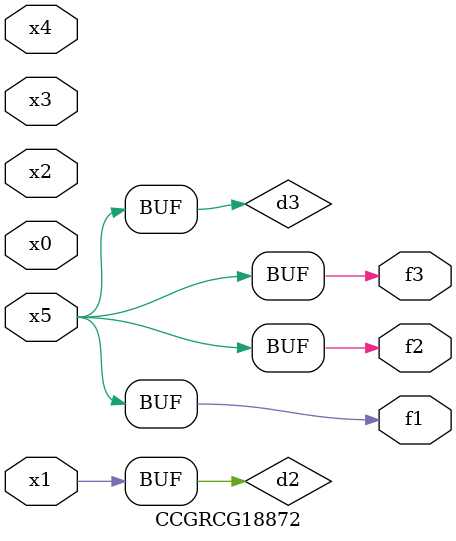
<source format=v>
module CCGRCG18872(
	input x0, x1, x2, x3, x4, x5,
	output f1, f2, f3
);

	wire d1, d2, d3;

	not (d1, x5);
	or (d2, x1);
	xnor (d3, d1);
	assign f1 = d3;
	assign f2 = d3;
	assign f3 = d3;
endmodule

</source>
